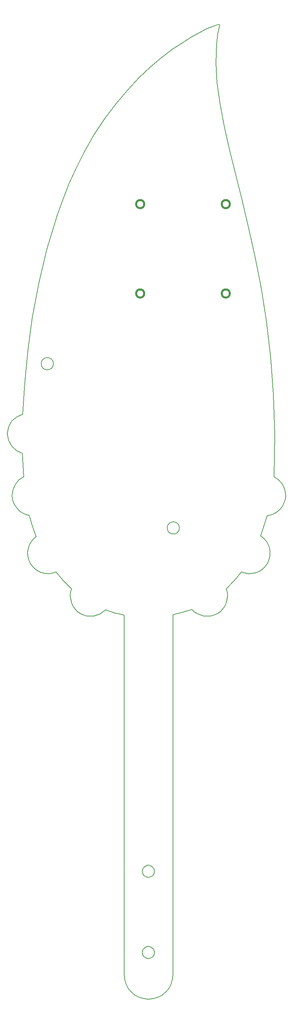
<source format=gbr>
%TF.GenerationSoftware,KiCad,Pcbnew,7.0.8*%
%TF.CreationDate,2024-08-01T15:22:41+02:00*%
%TF.ProjectId,Pflanzensensor,32303234-3036-4303-965f-50666c616e7a,rev?*%
%TF.SameCoordinates,Original*%
%TF.FileFunction,Profile,NP*%
%FSLAX46Y46*%
G04 Gerber Fmt 4.6, Leading zero omitted, Abs format (unit mm)*
G04 Created by KiCad (PCBNEW 7.0.8) date 2024-08-01 15:22:41*
%MOMM*%
%LPD*%
G01*
G04 APERTURE LIST*
%TA.AperFunction,Profile*%
%ADD10C,0.200000*%
%TD*%
%TA.AperFunction,Profile*%
%ADD11C,0.500000*%
%TD*%
G04 APERTURE END LIST*
D10*
X37040000Y-101100000D02*
G75*
G03*
X37040000Y-101100000I-1500000J0D01*
G01*
X68060000Y-141510000D02*
G75*
G03*
X68060000Y-141510000I-1500000J0D01*
G01*
X59040460Y-225449334D02*
X58922517Y-226032763D01*
X59361980Y-224972719D02*
X59040460Y-225449334D01*
X59838613Y-224651281D02*
X59361980Y-224972719D01*
X60421893Y-224533387D02*
X59838613Y-224651281D01*
X61005322Y-224651281D02*
X60421893Y-224533387D01*
X61481938Y-224972719D02*
X61005322Y-224651281D01*
X61803375Y-225449334D02*
X61481938Y-224972719D01*
X61921269Y-226032763D02*
X61803375Y-225449334D01*
X61803375Y-226616192D02*
X61921269Y-226032763D01*
X61481938Y-227092808D02*
X61803375Y-226616192D01*
X61005322Y-227414246D02*
X61481938Y-227092808D01*
X60421893Y-227532139D02*
X61005322Y-227414246D01*
X59838613Y-227414246D02*
X60421893Y-227532139D01*
X59361980Y-227092808D02*
X59838613Y-227414246D01*
X59040460Y-226616192D02*
X59361980Y-227092808D01*
X58922517Y-226032763D02*
X59040460Y-226616192D01*
X59040460Y-245440543D02*
X58922517Y-246023972D01*
X59361980Y-244963927D02*
X59040460Y-245440543D01*
X59838613Y-244642490D02*
X59361980Y-244963927D01*
X60421893Y-244524596D02*
X59838613Y-244642490D01*
X61005322Y-244642490D02*
X60421893Y-244524596D01*
X61481938Y-244963927D02*
X61005322Y-244642490D01*
X61803375Y-245440543D02*
X61481938Y-244963927D01*
X61921269Y-246023972D02*
X61803375Y-245440543D01*
X61803375Y-246607253D02*
X61921269Y-246023972D01*
X61481938Y-247083885D02*
X61803375Y-246607253D01*
X61005322Y-247405405D02*
X61481938Y-247083885D01*
X60421893Y-247523348D02*
X61005322Y-247405405D01*
X59838613Y-247405405D02*
X60421893Y-247523348D01*
X59361980Y-247083885D02*
X59838613Y-247405405D01*
X59040460Y-246607253D02*
X59361980Y-247083885D01*
X58922517Y-246023972D02*
X59040460Y-246607253D01*
X54468821Y-251521449D02*
X54468821Y-162952834D01*
X54590759Y-252729522D02*
X54468821Y-251521449D01*
X54940445Y-253855017D02*
X54590759Y-252729522D01*
X55493682Y-254873741D02*
X54940445Y-253855017D01*
X56226277Y-255761497D02*
X55493682Y-254873741D01*
X57114034Y-256494091D02*
X56226277Y-255761497D01*
X58132757Y-257047329D02*
X57114034Y-256494091D01*
X59258252Y-257397014D02*
X58132757Y-257047329D01*
X60466325Y-257518953D02*
X59258252Y-257397014D01*
X61674397Y-257397014D02*
X60466325Y-257518953D01*
X62799893Y-257047329D02*
X61674397Y-257397014D01*
X63818617Y-256494091D02*
X62799893Y-257047329D01*
X64706373Y-255761497D02*
X63818617Y-256494091D01*
X65438967Y-254873741D02*
X64706373Y-255761497D01*
X65992205Y-253855017D02*
X65438967Y-254873741D01*
X66341890Y-252729522D02*
X65992205Y-253855017D01*
X66463828Y-251521449D02*
X66341890Y-252729522D01*
X66463828Y-162847750D02*
X66463828Y-251521449D01*
X68864435Y-162297651D02*
X66463828Y-162847750D01*
X71111118Y-161583578D02*
X68864435Y-162297651D01*
X71740641Y-162178778D02*
X71111118Y-161583578D01*
X72451580Y-162650058D02*
X71740641Y-162178778D01*
X74043487Y-163200820D02*
X72451580Y-162650058D01*
X75738406Y-163195795D02*
X74043487Y-163200820D01*
X76578109Y-162972342D02*
X75738406Y-163195795D01*
X77387902Y-162594917D02*
X76578109Y-162972342D01*
X78135553Y-162068646D02*
X77387902Y-162594917D01*
X78759038Y-161435099D02*
X78135553Y-162068646D01*
X79253039Y-160714178D02*
X78759038Y-161435099D01*
X79612239Y-159925783D02*
X79253039Y-160714178D01*
X79904959Y-158226181D02*
X79612239Y-159925783D01*
X79827843Y-157354776D02*
X79904959Y-158226181D01*
X79594651Y-156495504D02*
X79827843Y-157354776D01*
X81582418Y-154509324D02*
X79594651Y-156495504D01*
X83346970Y-152350711D02*
X81582418Y-154509324D01*
X84233410Y-152644082D02*
X83346970Y-152350711D01*
X85139149Y-152766778D02*
X84233410Y-152644082D01*
X86041763Y-152724792D02*
X85139149Y-152766778D01*
X86918831Y-152524114D02*
X86041763Y-152724792D01*
X87747931Y-152170738D02*
X86918831Y-152524114D01*
X88506640Y-151670655D02*
X87747931Y-152170738D01*
X89172537Y-151029856D02*
X88506640Y-151670655D01*
X89723198Y-150254335D02*
X89172537Y-151029856D01*
X90132797Y-149350993D02*
X89723198Y-150254335D01*
X90352700Y-148413294D02*
X90132797Y-149350993D01*
X90389746Y-147466786D02*
X90352700Y-148413294D01*
X90250773Y-146537013D02*
X90389746Y-147466786D01*
X89942622Y-145649523D02*
X90250773Y-146537013D01*
X89472132Y-144829862D02*
X89942622Y-145649523D01*
X88846140Y-144103575D02*
X89472132Y-144829862D01*
X88071486Y-143496210D02*
X88846140Y-144103575D01*
X89656902Y-138465966D02*
X88071486Y-143496210D01*
X90586363Y-138289203D02*
X89656902Y-138465966D01*
X91447053Y-137950071D02*
X90586363Y-138289203D01*
X92221972Y-137465546D02*
X91447053Y-137950071D01*
X92894119Y-136852603D02*
X92221972Y-137465546D01*
X93446493Y-136128219D02*
X92894119Y-136852603D01*
X93862095Y-135309369D02*
X93446493Y-136128219D01*
X94123922Y-134413029D02*
X93862095Y-135309369D01*
X94214976Y-133456174D02*
X94123922Y-134413029D01*
X94003934Y-132010552D02*
X94214976Y-133456174D01*
X93411821Y-130729035D02*
X94003934Y-132010552D01*
X92500161Y-129672980D02*
X93411821Y-130729035D01*
X91330477Y-128903743D02*
X92500161Y-129672980D01*
X91526744Y-118499768D02*
X91330477Y-128903743D01*
X91238065Y-108699265D02*
X91526744Y-118499768D01*
X90538875Y-99471631D02*
X91238065Y-108699265D01*
X89503609Y-90786261D02*
X90538875Y-99471631D01*
X88206702Y-82612550D02*
X89503609Y-90786261D01*
X86722590Y-74919894D02*
X88206702Y-82612550D01*
X85125708Y-67677686D02*
X86722590Y-74919894D01*
X83490491Y-60855323D02*
X85125708Y-67677686D01*
X80402792Y-48347712D02*
X83490491Y-60855323D01*
X79099182Y-42601254D02*
X80402792Y-48347712D01*
X78054978Y-37152221D02*
X79099182Y-42601254D01*
X77344615Y-31970009D02*
X78054978Y-37152221D01*
X77042528Y-27024013D02*
X77344615Y-31970009D01*
X77223153Y-22283627D02*
X77042528Y-27024013D01*
X77517744Y-19980975D02*
X77223153Y-22283627D01*
X77960926Y-17718248D02*
X77517744Y-19980975D01*
X77771049Y-17618237D02*
X77960926Y-17718248D01*
X77132858Y-17741091D02*
X77771049Y-17618237D01*
X74678578Y-18700621D02*
X77132858Y-17741091D01*
X70932165Y-20687284D02*
X74678578Y-18700621D01*
X66227700Y-23791523D02*
X70932165Y-20687284D01*
X63620599Y-25790998D02*
X66227700Y-23791523D01*
X60899266Y-28103785D02*
X63620599Y-25790998D01*
X58105460Y-30741188D02*
X60899266Y-28103785D01*
X55280941Y-33714514D02*
X58105460Y-30741188D01*
X52467471Y-37035067D02*
X55280941Y-33714514D01*
X49706809Y-40714155D02*
X52467471Y-37035067D01*
X47040715Y-44763082D02*
X49706809Y-40714155D01*
X44510949Y-49193154D02*
X47040715Y-44763082D01*
X42654923Y-52905584D02*
X44510949Y-49193154D01*
X40943270Y-56737076D02*
X42654923Y-52905584D01*
X39371282Y-60670901D02*
X40943270Y-56737076D01*
X37934253Y-64690333D02*
X39371282Y-60670901D01*
X35446245Y-72919104D02*
X37934253Y-64690333D01*
X33441591Y-81289565D02*
X35446245Y-72919104D01*
X31882638Y-89667895D02*
X33441591Y-81289565D01*
X30731730Y-97920270D02*
X31882638Y-89667895D01*
X29951215Y-105912867D02*
X30731730Y-97920270D01*
X29503437Y-113511866D02*
X29951215Y-105912867D01*
X28001990Y-114161782D02*
X29503437Y-113511866D01*
X26804155Y-115243712D02*
X28001990Y-114161782D01*
X26007656Y-116661917D02*
X26804155Y-115243712D01*
X25710214Y-118320659D02*
X26007656Y-116661917D01*
X25979269Y-119982481D02*
X25710214Y-118320659D01*
X26751349Y-121412990D02*
X25979269Y-119982481D01*
X27930186Y-122514695D02*
X26751349Y-121412990D01*
X29419512Y-123190105D02*
X27930186Y-122514695D01*
X29712899Y-128927016D02*
X29419512Y-123190105D01*
X28561104Y-129698666D02*
X29712899Y-128927016D01*
X27664392Y-130750457D02*
X28561104Y-129698666D01*
X27082533Y-132022817D02*
X27664392Y-130750457D01*
X26875298Y-133456174D02*
X27082533Y-132022817D01*
X26958767Y-134372422D02*
X26875298Y-133456174D01*
X27199237Y-135234243D02*
X26958767Y-134372422D01*
X27581802Y-136026681D02*
X27199237Y-135234243D01*
X28091557Y-136734781D02*
X27581802Y-136026681D01*
X28713597Y-137343590D02*
X28091557Y-136734781D01*
X29433016Y-137838151D02*
X28713597Y-137343590D01*
X30234909Y-138203509D02*
X29433016Y-137838151D01*
X31104370Y-138424710D02*
X30234909Y-138203509D01*
X31841187Y-141004274D02*
X31104370Y-138424710D01*
X32796987Y-143643609D02*
X31841187Y-141004274D01*
X32083640Y-144261580D02*
X32796987Y-143643609D01*
X31510719Y-144985339D02*
X32083640Y-144261580D01*
X31084366Y-145791777D02*
X31510719Y-144985339D01*
X30810719Y-146657788D02*
X31084366Y-145791777D01*
X30695921Y-147560263D02*
X30810719Y-146657788D01*
X30746111Y-148476094D02*
X30695921Y-147560263D01*
X30967431Y-149382172D02*
X30746111Y-148476094D01*
X31366020Y-150255390D02*
X30967431Y-149382172D01*
X31914215Y-151027560D02*
X31366020Y-150255390D01*
X32577062Y-151666241D02*
X31914215Y-151027560D01*
X33332317Y-152165455D02*
X32577062Y-151666241D01*
X34157735Y-152519222D02*
X33332317Y-152165455D01*
X35031073Y-152721563D02*
X34157735Y-152519222D01*
X35930084Y-152766497D02*
X35031073Y-152721563D01*
X36832526Y-152648046D02*
X35930084Y-152766497D01*
X37716153Y-152360230D02*
X36832526Y-152648046D01*
X39503009Y-154497379D02*
X37716153Y-152360230D01*
X41499855Y-156485630D02*
X39503009Y-154497379D01*
X41264292Y-157345315D02*
X41499855Y-156485630D01*
X41185322Y-158217625D02*
X41264292Y-157345315D01*
X41475700Y-159920098D02*
X41185322Y-158217625D01*
X41834322Y-160710252D02*
X41475700Y-159920098D01*
X42328080Y-161433011D02*
X41834322Y-160710252D01*
X42951611Y-162068371D02*
X42328080Y-161433011D01*
X43699551Y-162596327D02*
X42951611Y-162068371D01*
X44495827Y-162968166D02*
X43699551Y-162596327D01*
X45321245Y-163191322D02*
X44495827Y-162968166D01*
X46988957Y-163210430D02*
X45321245Y-163191322D01*
X48561591Y-162691338D02*
X46988957Y-163210430D01*
X49898053Y-161671734D02*
X48561591Y-162691338D01*
X52116790Y-162404585D02*
X49898053Y-161671734D01*
X54468821Y-162952834D02*
X52116790Y-162404585D01*
D11*
X80478300Y-83809447D02*
G75*
G03*
X80478300Y-83809447I-1000000J0D01*
G01*
X59408300Y-83809447D02*
G75*
G03*
X59408300Y-83809447I-1000000J0D01*
G01*
X59408300Y-61809447D02*
G75*
G03*
X59408300Y-61809447I-1000000J0D01*
G01*
X80478300Y-61809447D02*
G75*
G03*
X80478300Y-61809447I-1000000J0D01*
G01*
M02*

</source>
